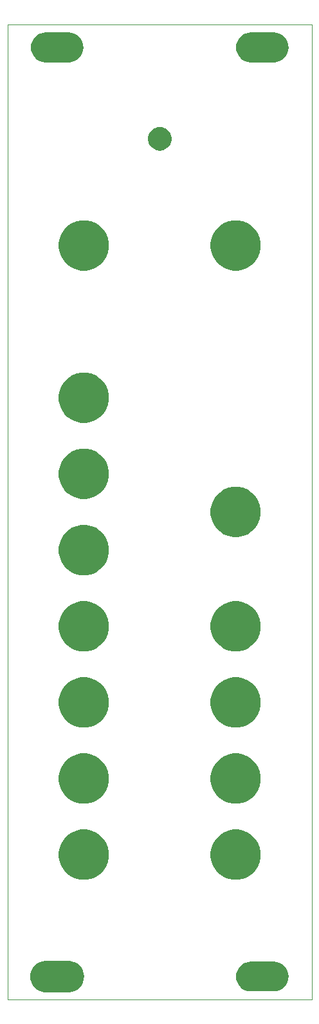
<source format=gbr>
%TF.GenerationSoftware,KiCad,Pcbnew,(5.1.0)-1*%
%TF.CreationDate,2020-03-07T14:30:38+01:00*%
%TF.ProjectId,KicadJE_AC3340_RevA_Faceplate,4b696361-644a-4455-9f41-43333334305f,rev?*%
%TF.SameCoordinates,Original*%
%TF.FileFunction,Soldermask,Top*%
%TF.FilePolarity,Negative*%
%FSLAX46Y46*%
G04 Gerber Fmt 4.6, Leading zero omitted, Abs format (unit mm)*
G04 Created by KiCad (PCBNEW (5.1.0)-1) date 2020-03-07 14:30:38*
%MOMM*%
%LPD*%
G04 APERTURE LIST*
%ADD10C,0.050000*%
%ADD11C,0.150000*%
G04 APERTURE END LIST*
D10*
X-50000000Y-164000000D02*
X-50000000Y-36000000D01*
X-10000000Y-164000000D02*
X-50000000Y-164000000D01*
X-10000000Y-36000000D02*
X-10000000Y-164000000D01*
X-50000000Y-36000000D02*
X-10000000Y-36000000D01*
D11*
G36*
X-41798811Y-158958892D02*
G01*
X-41597934Y-158978677D01*
X-41211319Y-159095955D01*
X-41211316Y-159095956D01*
X-40855017Y-159286402D01*
X-40855014Y-159286404D01*
X-40855013Y-159286405D01*
X-40542707Y-159542707D01*
X-40286405Y-159855013D01*
X-40286402Y-159855017D01*
X-40095956Y-160211316D01*
X-40095955Y-160211319D01*
X-39978677Y-160597934D01*
X-39939077Y-161000000D01*
X-39978677Y-161402066D01*
X-40084291Y-161750230D01*
X-40095956Y-161788684D01*
X-40286402Y-162144983D01*
X-40286404Y-162144986D01*
X-40286405Y-162144987D01*
X-40542707Y-162457293D01*
X-40855013Y-162713595D01*
X-40855017Y-162713598D01*
X-41211316Y-162904044D01*
X-41211319Y-162904045D01*
X-41597934Y-163021323D01*
X-41798811Y-163041108D01*
X-41899249Y-163051000D01*
X-45100751Y-163051000D01*
X-45201189Y-163041108D01*
X-45402066Y-163021323D01*
X-45788681Y-162904045D01*
X-45788684Y-162904044D01*
X-46144983Y-162713598D01*
X-46144987Y-162713595D01*
X-46457293Y-162457293D01*
X-46713595Y-162144987D01*
X-46713596Y-162144986D01*
X-46713598Y-162144983D01*
X-46904044Y-161788684D01*
X-46915709Y-161750230D01*
X-47021323Y-161402066D01*
X-47060923Y-161000000D01*
X-47021323Y-160597934D01*
X-46904045Y-160211319D01*
X-46904044Y-160211316D01*
X-46713598Y-159855017D01*
X-46713595Y-159855013D01*
X-46457293Y-159542707D01*
X-46144987Y-159286405D01*
X-46144986Y-159286404D01*
X-46144983Y-159286402D01*
X-45788684Y-159095956D01*
X-45788681Y-159095955D01*
X-45402066Y-158978677D01*
X-45201189Y-158958892D01*
X-45100751Y-158949000D01*
X-41899249Y-158949000D01*
X-41798811Y-158958892D01*
X-41798811Y-158958892D01*
G37*
G36*
X-14617537Y-159077229D02*
G01*
X-14249772Y-159188790D01*
X-13910838Y-159369954D01*
X-13613760Y-159613760D01*
X-13369954Y-159910838D01*
X-13188790Y-160249772D01*
X-13077229Y-160617537D01*
X-13039560Y-161000000D01*
X-13077229Y-161382463D01*
X-13188790Y-161750228D01*
X-13369954Y-162089162D01*
X-13613760Y-162386240D01*
X-13910838Y-162630046D01*
X-14249772Y-162811210D01*
X-14617537Y-162922771D01*
X-14904153Y-162951000D01*
X-18095847Y-162951000D01*
X-18382463Y-162922771D01*
X-18750228Y-162811210D01*
X-19089162Y-162630046D01*
X-19386240Y-162386240D01*
X-19630046Y-162089162D01*
X-19811210Y-161750228D01*
X-19922771Y-161382463D01*
X-19960440Y-161000000D01*
X-19922771Y-160617537D01*
X-19811210Y-160249772D01*
X-19630046Y-159910838D01*
X-19386240Y-159613760D01*
X-19089162Y-159369954D01*
X-18750228Y-159188790D01*
X-18382463Y-159077229D01*
X-18095847Y-159049000D01*
X-14904153Y-159049000D01*
X-14617537Y-159077229D01*
X-14617537Y-159077229D01*
G37*
G36*
X-19037135Y-141825855D02*
G01*
X-18436392Y-142074691D01*
X-18436390Y-142074692D01*
X-17895735Y-142435946D01*
X-17435946Y-142895735D01*
X-17074692Y-143436390D01*
X-17074691Y-143436392D01*
X-16825855Y-144037135D01*
X-16699000Y-144674879D01*
X-16699000Y-145325121D01*
X-16825855Y-145962865D01*
X-17074691Y-146563608D01*
X-17074692Y-146563610D01*
X-17435946Y-147104265D01*
X-17895735Y-147564054D01*
X-18436390Y-147925308D01*
X-18436391Y-147925309D01*
X-18436392Y-147925309D01*
X-19037135Y-148174145D01*
X-19674879Y-148301000D01*
X-20325121Y-148301000D01*
X-20962865Y-148174145D01*
X-21563608Y-147925309D01*
X-21563609Y-147925309D01*
X-21563610Y-147925308D01*
X-22104265Y-147564054D01*
X-22564054Y-147104265D01*
X-22925308Y-146563610D01*
X-22925309Y-146563608D01*
X-23174145Y-145962865D01*
X-23301000Y-145325121D01*
X-23301000Y-144674879D01*
X-23174145Y-144037135D01*
X-22925309Y-143436392D01*
X-22925308Y-143436390D01*
X-22564054Y-142895735D01*
X-22104265Y-142435946D01*
X-21563610Y-142074692D01*
X-21563608Y-142074691D01*
X-20962865Y-141825855D01*
X-20325121Y-141699000D01*
X-19674879Y-141699000D01*
X-19037135Y-141825855D01*
X-19037135Y-141825855D01*
G37*
G36*
X-39037135Y-141825855D02*
G01*
X-38436392Y-142074691D01*
X-38436390Y-142074692D01*
X-37895735Y-142435946D01*
X-37435946Y-142895735D01*
X-37074692Y-143436390D01*
X-37074691Y-143436392D01*
X-36825855Y-144037135D01*
X-36699000Y-144674879D01*
X-36699000Y-145325121D01*
X-36825855Y-145962865D01*
X-37074691Y-146563608D01*
X-37074692Y-146563610D01*
X-37435946Y-147104265D01*
X-37895735Y-147564054D01*
X-38436390Y-147925308D01*
X-38436391Y-147925309D01*
X-38436392Y-147925309D01*
X-39037135Y-148174145D01*
X-39674879Y-148301000D01*
X-40325121Y-148301000D01*
X-40962865Y-148174145D01*
X-41563608Y-147925309D01*
X-41563609Y-147925309D01*
X-41563610Y-147925308D01*
X-42104265Y-147564054D01*
X-42564054Y-147104265D01*
X-42925308Y-146563610D01*
X-42925309Y-146563608D01*
X-43174145Y-145962865D01*
X-43301000Y-145325121D01*
X-43301000Y-144674879D01*
X-43174145Y-144037135D01*
X-42925309Y-143436392D01*
X-42925308Y-143436390D01*
X-42564054Y-142895735D01*
X-42104265Y-142435946D01*
X-41563610Y-142074692D01*
X-41563608Y-142074691D01*
X-40962865Y-141825855D01*
X-40325121Y-141699000D01*
X-39674879Y-141699000D01*
X-39037135Y-141825855D01*
X-39037135Y-141825855D01*
G37*
G36*
X-39037135Y-131825855D02*
G01*
X-38436392Y-132074691D01*
X-38436390Y-132074692D01*
X-37895735Y-132435946D01*
X-37435946Y-132895735D01*
X-37074692Y-133436390D01*
X-37074691Y-133436392D01*
X-36825855Y-134037135D01*
X-36699000Y-134674879D01*
X-36699000Y-135325121D01*
X-36825855Y-135962865D01*
X-37074691Y-136563608D01*
X-37074692Y-136563610D01*
X-37435946Y-137104265D01*
X-37895735Y-137564054D01*
X-38436390Y-137925308D01*
X-38436391Y-137925309D01*
X-38436392Y-137925309D01*
X-39037135Y-138174145D01*
X-39674879Y-138301000D01*
X-40325121Y-138301000D01*
X-40962865Y-138174145D01*
X-41563608Y-137925309D01*
X-41563609Y-137925309D01*
X-41563610Y-137925308D01*
X-42104265Y-137564054D01*
X-42564054Y-137104265D01*
X-42925308Y-136563610D01*
X-42925309Y-136563608D01*
X-43174145Y-135962865D01*
X-43301000Y-135325121D01*
X-43301000Y-134674879D01*
X-43174145Y-134037135D01*
X-42925309Y-133436392D01*
X-42925308Y-133436390D01*
X-42564054Y-132895735D01*
X-42104265Y-132435946D01*
X-41563610Y-132074692D01*
X-41563608Y-132074691D01*
X-40962865Y-131825855D01*
X-40325121Y-131699000D01*
X-39674879Y-131699000D01*
X-39037135Y-131825855D01*
X-39037135Y-131825855D01*
G37*
G36*
X-19037135Y-131825855D02*
G01*
X-18436392Y-132074691D01*
X-18436390Y-132074692D01*
X-17895735Y-132435946D01*
X-17435946Y-132895735D01*
X-17074692Y-133436390D01*
X-17074691Y-133436392D01*
X-16825855Y-134037135D01*
X-16699000Y-134674879D01*
X-16699000Y-135325121D01*
X-16825855Y-135962865D01*
X-17074691Y-136563608D01*
X-17074692Y-136563610D01*
X-17435946Y-137104265D01*
X-17895735Y-137564054D01*
X-18436390Y-137925308D01*
X-18436391Y-137925309D01*
X-18436392Y-137925309D01*
X-19037135Y-138174145D01*
X-19674879Y-138301000D01*
X-20325121Y-138301000D01*
X-20962865Y-138174145D01*
X-21563608Y-137925309D01*
X-21563609Y-137925309D01*
X-21563610Y-137925308D01*
X-22104265Y-137564054D01*
X-22564054Y-137104265D01*
X-22925308Y-136563610D01*
X-22925309Y-136563608D01*
X-23174145Y-135962865D01*
X-23301000Y-135325121D01*
X-23301000Y-134674879D01*
X-23174145Y-134037135D01*
X-22925309Y-133436392D01*
X-22925308Y-133436390D01*
X-22564054Y-132895735D01*
X-22104265Y-132435946D01*
X-21563610Y-132074692D01*
X-21563608Y-132074691D01*
X-20962865Y-131825855D01*
X-20325121Y-131699000D01*
X-19674879Y-131699000D01*
X-19037135Y-131825855D01*
X-19037135Y-131825855D01*
G37*
G36*
X-39037135Y-121825855D02*
G01*
X-38436392Y-122074691D01*
X-38436390Y-122074692D01*
X-37895735Y-122435946D01*
X-37435946Y-122895735D01*
X-37074692Y-123436390D01*
X-37074691Y-123436392D01*
X-36825855Y-124037135D01*
X-36699000Y-124674879D01*
X-36699000Y-125325121D01*
X-36825855Y-125962865D01*
X-37074691Y-126563608D01*
X-37074692Y-126563610D01*
X-37435946Y-127104265D01*
X-37895735Y-127564054D01*
X-38436390Y-127925308D01*
X-38436391Y-127925309D01*
X-38436392Y-127925309D01*
X-39037135Y-128174145D01*
X-39674879Y-128301000D01*
X-40325121Y-128301000D01*
X-40962865Y-128174145D01*
X-41563608Y-127925309D01*
X-41563609Y-127925309D01*
X-41563610Y-127925308D01*
X-42104265Y-127564054D01*
X-42564054Y-127104265D01*
X-42925308Y-126563610D01*
X-42925309Y-126563608D01*
X-43174145Y-125962865D01*
X-43301000Y-125325121D01*
X-43301000Y-124674879D01*
X-43174145Y-124037135D01*
X-42925309Y-123436392D01*
X-42925308Y-123436390D01*
X-42564054Y-122895735D01*
X-42104265Y-122435946D01*
X-41563610Y-122074692D01*
X-41563608Y-122074691D01*
X-40962865Y-121825855D01*
X-40325121Y-121699000D01*
X-39674879Y-121699000D01*
X-39037135Y-121825855D01*
X-39037135Y-121825855D01*
G37*
G36*
X-19037135Y-121825855D02*
G01*
X-18436392Y-122074691D01*
X-18436390Y-122074692D01*
X-17895735Y-122435946D01*
X-17435946Y-122895735D01*
X-17074692Y-123436390D01*
X-17074691Y-123436392D01*
X-16825855Y-124037135D01*
X-16699000Y-124674879D01*
X-16699000Y-125325121D01*
X-16825855Y-125962865D01*
X-17074691Y-126563608D01*
X-17074692Y-126563610D01*
X-17435946Y-127104265D01*
X-17895735Y-127564054D01*
X-18436390Y-127925308D01*
X-18436391Y-127925309D01*
X-18436392Y-127925309D01*
X-19037135Y-128174145D01*
X-19674879Y-128301000D01*
X-20325121Y-128301000D01*
X-20962865Y-128174145D01*
X-21563608Y-127925309D01*
X-21563609Y-127925309D01*
X-21563610Y-127925308D01*
X-22104265Y-127564054D01*
X-22564054Y-127104265D01*
X-22925308Y-126563610D01*
X-22925309Y-126563608D01*
X-23174145Y-125962865D01*
X-23301000Y-125325121D01*
X-23301000Y-124674879D01*
X-23174145Y-124037135D01*
X-22925309Y-123436392D01*
X-22925308Y-123436390D01*
X-22564054Y-122895735D01*
X-22104265Y-122435946D01*
X-21563610Y-122074692D01*
X-21563608Y-122074691D01*
X-20962865Y-121825855D01*
X-20325121Y-121699000D01*
X-19674879Y-121699000D01*
X-19037135Y-121825855D01*
X-19037135Y-121825855D01*
G37*
G36*
X-39037135Y-111825855D02*
G01*
X-38436392Y-112074691D01*
X-38436390Y-112074692D01*
X-37895735Y-112435946D01*
X-37435946Y-112895735D01*
X-37074692Y-113436390D01*
X-37074691Y-113436392D01*
X-36825855Y-114037135D01*
X-36699000Y-114674879D01*
X-36699000Y-115325121D01*
X-36825855Y-115962865D01*
X-37074691Y-116563608D01*
X-37074692Y-116563610D01*
X-37435946Y-117104265D01*
X-37895735Y-117564054D01*
X-38436390Y-117925308D01*
X-38436391Y-117925309D01*
X-38436392Y-117925309D01*
X-39037135Y-118174145D01*
X-39674879Y-118301000D01*
X-40325121Y-118301000D01*
X-40962865Y-118174145D01*
X-41563608Y-117925309D01*
X-41563609Y-117925309D01*
X-41563610Y-117925308D01*
X-42104265Y-117564054D01*
X-42564054Y-117104265D01*
X-42925308Y-116563610D01*
X-42925309Y-116563608D01*
X-43174145Y-115962865D01*
X-43301000Y-115325121D01*
X-43301000Y-114674879D01*
X-43174145Y-114037135D01*
X-42925309Y-113436392D01*
X-42925308Y-113436390D01*
X-42564054Y-112895735D01*
X-42104265Y-112435946D01*
X-41563610Y-112074692D01*
X-41563608Y-112074691D01*
X-40962865Y-111825855D01*
X-40325121Y-111699000D01*
X-39674879Y-111699000D01*
X-39037135Y-111825855D01*
X-39037135Y-111825855D01*
G37*
G36*
X-19037135Y-111825855D02*
G01*
X-18436392Y-112074691D01*
X-18436390Y-112074692D01*
X-17895735Y-112435946D01*
X-17435946Y-112895735D01*
X-17074692Y-113436390D01*
X-17074691Y-113436392D01*
X-16825855Y-114037135D01*
X-16699000Y-114674879D01*
X-16699000Y-115325121D01*
X-16825855Y-115962865D01*
X-17074691Y-116563608D01*
X-17074692Y-116563610D01*
X-17435946Y-117104265D01*
X-17895735Y-117564054D01*
X-18436390Y-117925308D01*
X-18436391Y-117925309D01*
X-18436392Y-117925309D01*
X-19037135Y-118174145D01*
X-19674879Y-118301000D01*
X-20325121Y-118301000D01*
X-20962865Y-118174145D01*
X-21563608Y-117925309D01*
X-21563609Y-117925309D01*
X-21563610Y-117925308D01*
X-22104265Y-117564054D01*
X-22564054Y-117104265D01*
X-22925308Y-116563610D01*
X-22925309Y-116563608D01*
X-23174145Y-115962865D01*
X-23301000Y-115325121D01*
X-23301000Y-114674879D01*
X-23174145Y-114037135D01*
X-22925309Y-113436392D01*
X-22925308Y-113436390D01*
X-22564054Y-112895735D01*
X-22104265Y-112435946D01*
X-21563610Y-112074692D01*
X-21563608Y-112074691D01*
X-20962865Y-111825855D01*
X-20325121Y-111699000D01*
X-19674879Y-111699000D01*
X-19037135Y-111825855D01*
X-19037135Y-111825855D01*
G37*
G36*
X-39037135Y-101825855D02*
G01*
X-38436392Y-102074691D01*
X-38436390Y-102074692D01*
X-37895735Y-102435946D01*
X-37435946Y-102895735D01*
X-37165157Y-103301000D01*
X-37074691Y-103436392D01*
X-36825855Y-104037135D01*
X-36699000Y-104674879D01*
X-36699000Y-105325121D01*
X-36825855Y-105962865D01*
X-37074691Y-106563608D01*
X-37074692Y-106563610D01*
X-37435946Y-107104265D01*
X-37895735Y-107564054D01*
X-38436390Y-107925308D01*
X-38436391Y-107925309D01*
X-38436392Y-107925309D01*
X-39037135Y-108174145D01*
X-39674879Y-108301000D01*
X-40325121Y-108301000D01*
X-40962865Y-108174145D01*
X-41563608Y-107925309D01*
X-41563609Y-107925309D01*
X-41563610Y-107925308D01*
X-42104265Y-107564054D01*
X-42564054Y-107104265D01*
X-42925308Y-106563610D01*
X-42925309Y-106563608D01*
X-43174145Y-105962865D01*
X-43301000Y-105325121D01*
X-43301000Y-104674879D01*
X-43174145Y-104037135D01*
X-42925309Y-103436392D01*
X-42834843Y-103301000D01*
X-42564054Y-102895735D01*
X-42104265Y-102435946D01*
X-41563610Y-102074692D01*
X-41563608Y-102074691D01*
X-40962865Y-101825855D01*
X-40325121Y-101699000D01*
X-39674879Y-101699000D01*
X-39037135Y-101825855D01*
X-39037135Y-101825855D01*
G37*
G36*
X-19037135Y-96825855D02*
G01*
X-18436392Y-97074691D01*
X-18436390Y-97074692D01*
X-17895735Y-97435946D01*
X-17435946Y-97895735D01*
X-17165157Y-98301000D01*
X-17074691Y-98436392D01*
X-16825855Y-99037135D01*
X-16699000Y-99674879D01*
X-16699000Y-100325121D01*
X-16825855Y-100962865D01*
X-17074691Y-101563608D01*
X-17074692Y-101563610D01*
X-17435946Y-102104265D01*
X-17895735Y-102564054D01*
X-18436390Y-102925308D01*
X-18436391Y-102925309D01*
X-18436392Y-102925309D01*
X-19037135Y-103174145D01*
X-19674879Y-103301000D01*
X-20325121Y-103301000D01*
X-20962865Y-103174145D01*
X-21563608Y-102925309D01*
X-21563609Y-102925309D01*
X-21563610Y-102925308D01*
X-22104265Y-102564054D01*
X-22564054Y-102104265D01*
X-22925308Y-101563610D01*
X-22925309Y-101563608D01*
X-23174145Y-100962865D01*
X-23301000Y-100325121D01*
X-23301000Y-99674879D01*
X-23174145Y-99037135D01*
X-22925309Y-98436392D01*
X-22834843Y-98301000D01*
X-22564054Y-97895735D01*
X-22104265Y-97435946D01*
X-21563610Y-97074692D01*
X-21563608Y-97074691D01*
X-20962865Y-96825855D01*
X-20325121Y-96699000D01*
X-19674879Y-96699000D01*
X-19037135Y-96825855D01*
X-19037135Y-96825855D01*
G37*
G36*
X-39037135Y-91825855D02*
G01*
X-38436392Y-92074691D01*
X-38436390Y-92074692D01*
X-37895735Y-92435946D01*
X-37435946Y-92895735D01*
X-37074692Y-93436390D01*
X-37074691Y-93436392D01*
X-36825855Y-94037135D01*
X-36699000Y-94674879D01*
X-36699000Y-95325121D01*
X-36825855Y-95962865D01*
X-37074691Y-96563608D01*
X-37074692Y-96563610D01*
X-37435946Y-97104265D01*
X-37895735Y-97564054D01*
X-38436390Y-97925308D01*
X-38436391Y-97925309D01*
X-38436392Y-97925309D01*
X-39037135Y-98174145D01*
X-39674879Y-98301000D01*
X-40325121Y-98301000D01*
X-40962865Y-98174145D01*
X-41563608Y-97925309D01*
X-41563609Y-97925309D01*
X-41563610Y-97925308D01*
X-42104265Y-97564054D01*
X-42564054Y-97104265D01*
X-42925308Y-96563610D01*
X-42925309Y-96563608D01*
X-43174145Y-95962865D01*
X-43301000Y-95325121D01*
X-43301000Y-94674879D01*
X-43174145Y-94037135D01*
X-42925309Y-93436392D01*
X-42925308Y-93436390D01*
X-42564054Y-92895735D01*
X-42104265Y-92435946D01*
X-41563610Y-92074692D01*
X-41563608Y-92074691D01*
X-40962865Y-91825855D01*
X-40325121Y-91699000D01*
X-39674879Y-91699000D01*
X-39037135Y-91825855D01*
X-39037135Y-91825855D01*
G37*
G36*
X-39037135Y-81825855D02*
G01*
X-38436392Y-82074691D01*
X-38436390Y-82074692D01*
X-37895735Y-82435946D01*
X-37435946Y-82895735D01*
X-37074692Y-83436390D01*
X-37074691Y-83436392D01*
X-36825855Y-84037135D01*
X-36699000Y-84674879D01*
X-36699000Y-85325121D01*
X-36825855Y-85962865D01*
X-37074691Y-86563608D01*
X-37074692Y-86563610D01*
X-37435946Y-87104265D01*
X-37895735Y-87564054D01*
X-38436390Y-87925308D01*
X-38436391Y-87925309D01*
X-38436392Y-87925309D01*
X-39037135Y-88174145D01*
X-39674879Y-88301000D01*
X-40325121Y-88301000D01*
X-40962865Y-88174145D01*
X-41563608Y-87925309D01*
X-41563609Y-87925309D01*
X-41563610Y-87925308D01*
X-42104265Y-87564054D01*
X-42564054Y-87104265D01*
X-42925308Y-86563610D01*
X-42925309Y-86563608D01*
X-43174145Y-85962865D01*
X-43301000Y-85325121D01*
X-43301000Y-84674879D01*
X-43174145Y-84037135D01*
X-42925309Y-83436392D01*
X-42925308Y-83436390D01*
X-42564054Y-82895735D01*
X-42104265Y-82435946D01*
X-41563610Y-82074692D01*
X-41563608Y-82074691D01*
X-40962865Y-81825855D01*
X-40325121Y-81699000D01*
X-39674879Y-81699000D01*
X-39037135Y-81825855D01*
X-39037135Y-81825855D01*
G37*
G36*
X-19037135Y-61825855D02*
G01*
X-18436392Y-62074691D01*
X-18436390Y-62074692D01*
X-17895735Y-62435946D01*
X-17435946Y-62895735D01*
X-17074692Y-63436390D01*
X-17074691Y-63436392D01*
X-16825855Y-64037135D01*
X-16699000Y-64674879D01*
X-16699000Y-65325121D01*
X-16825855Y-65962865D01*
X-17074691Y-66563608D01*
X-17074692Y-66563610D01*
X-17435946Y-67104265D01*
X-17895735Y-67564054D01*
X-18436390Y-67925308D01*
X-18436391Y-67925309D01*
X-18436392Y-67925309D01*
X-19037135Y-68174145D01*
X-19674879Y-68301000D01*
X-20325121Y-68301000D01*
X-20962865Y-68174145D01*
X-21563608Y-67925309D01*
X-21563609Y-67925309D01*
X-21563610Y-67925308D01*
X-22104265Y-67564054D01*
X-22564054Y-67104265D01*
X-22925308Y-66563610D01*
X-22925309Y-66563608D01*
X-23174145Y-65962865D01*
X-23301000Y-65325121D01*
X-23301000Y-64674879D01*
X-23174145Y-64037135D01*
X-22925309Y-63436392D01*
X-22925308Y-63436390D01*
X-22564054Y-62895735D01*
X-22104265Y-62435946D01*
X-21563610Y-62074692D01*
X-21563608Y-62074691D01*
X-20962865Y-61825855D01*
X-20325121Y-61699000D01*
X-19674879Y-61699000D01*
X-19037135Y-61825855D01*
X-19037135Y-61825855D01*
G37*
G36*
X-39037135Y-61825855D02*
G01*
X-38436392Y-62074691D01*
X-38436390Y-62074692D01*
X-37895735Y-62435946D01*
X-37435946Y-62895735D01*
X-37074692Y-63436390D01*
X-37074691Y-63436392D01*
X-36825855Y-64037135D01*
X-36699000Y-64674879D01*
X-36699000Y-65325121D01*
X-36825855Y-65962865D01*
X-37074691Y-66563608D01*
X-37074692Y-66563610D01*
X-37435946Y-67104265D01*
X-37895735Y-67564054D01*
X-38436390Y-67925308D01*
X-38436391Y-67925309D01*
X-38436392Y-67925309D01*
X-39037135Y-68174145D01*
X-39674879Y-68301000D01*
X-40325121Y-68301000D01*
X-40962865Y-68174145D01*
X-41563608Y-67925309D01*
X-41563609Y-67925309D01*
X-41563610Y-67925308D01*
X-42104265Y-67564054D01*
X-42564054Y-67104265D01*
X-42925308Y-66563610D01*
X-42925309Y-66563608D01*
X-43174145Y-65962865D01*
X-43301000Y-65325121D01*
X-43301000Y-64674879D01*
X-43174145Y-64037135D01*
X-42925309Y-63436392D01*
X-42925308Y-63436390D01*
X-42564054Y-62895735D01*
X-42104265Y-62435946D01*
X-41563610Y-62074692D01*
X-41563608Y-62074691D01*
X-40962865Y-61825855D01*
X-40325121Y-61699000D01*
X-39674879Y-61699000D01*
X-39037135Y-61825855D01*
X-39037135Y-61825855D01*
G37*
G36*
X-29697415Y-49478802D02*
G01*
X-29547590Y-49508604D01*
X-29265326Y-49625521D01*
X-29011295Y-49795259D01*
X-28795259Y-50011295D01*
X-28625521Y-50265326D01*
X-28508604Y-50547590D01*
X-28449000Y-50847240D01*
X-28449000Y-51152760D01*
X-28508604Y-51452410D01*
X-28625521Y-51734674D01*
X-28795259Y-51988705D01*
X-29011295Y-52204741D01*
X-29265326Y-52374479D01*
X-29547590Y-52491396D01*
X-29697415Y-52521198D01*
X-29847239Y-52551000D01*
X-30152761Y-52551000D01*
X-30302585Y-52521198D01*
X-30452410Y-52491396D01*
X-30734674Y-52374479D01*
X-30988705Y-52204741D01*
X-31204741Y-51988705D01*
X-31374479Y-51734674D01*
X-31491396Y-51452410D01*
X-31551000Y-51152760D01*
X-31551000Y-50847240D01*
X-31491396Y-50547590D01*
X-31374479Y-50265326D01*
X-31204741Y-50011295D01*
X-30988705Y-49795259D01*
X-30734674Y-49625521D01*
X-30452410Y-49508604D01*
X-30302585Y-49478802D01*
X-30152761Y-49449000D01*
X-29847239Y-49449000D01*
X-29697415Y-49478802D01*
X-29697415Y-49478802D01*
G37*
G36*
X-41617537Y-37077229D02*
G01*
X-41249772Y-37188790D01*
X-40910838Y-37369954D01*
X-40613760Y-37613760D01*
X-40369954Y-37910838D01*
X-40188790Y-38249772D01*
X-40077229Y-38617537D01*
X-40039560Y-39000000D01*
X-40077229Y-39382463D01*
X-40188790Y-39750228D01*
X-40369954Y-40089162D01*
X-40613760Y-40386240D01*
X-40910838Y-40630046D01*
X-41249772Y-40811210D01*
X-41617537Y-40922771D01*
X-41904153Y-40951000D01*
X-45095847Y-40951000D01*
X-45382463Y-40922771D01*
X-45750228Y-40811210D01*
X-46089162Y-40630046D01*
X-46386240Y-40386240D01*
X-46630046Y-40089162D01*
X-46811210Y-39750228D01*
X-46922771Y-39382463D01*
X-46960440Y-39000000D01*
X-46922771Y-38617537D01*
X-46811210Y-38249772D01*
X-46630046Y-37910838D01*
X-46386240Y-37613760D01*
X-46089162Y-37369954D01*
X-45750228Y-37188790D01*
X-45382463Y-37077229D01*
X-45095847Y-37049000D01*
X-41904153Y-37049000D01*
X-41617537Y-37077229D01*
X-41617537Y-37077229D01*
G37*
G36*
X-14617537Y-37077229D02*
G01*
X-14249772Y-37188790D01*
X-13910838Y-37369954D01*
X-13613760Y-37613760D01*
X-13369954Y-37910838D01*
X-13188790Y-38249772D01*
X-13077229Y-38617537D01*
X-13039560Y-39000000D01*
X-13077229Y-39382463D01*
X-13188790Y-39750228D01*
X-13369954Y-40089162D01*
X-13613760Y-40386240D01*
X-13910838Y-40630046D01*
X-14249772Y-40811210D01*
X-14617537Y-40922771D01*
X-14904153Y-40951000D01*
X-18095847Y-40951000D01*
X-18382463Y-40922771D01*
X-18750228Y-40811210D01*
X-19089162Y-40630046D01*
X-19386240Y-40386240D01*
X-19630046Y-40089162D01*
X-19811210Y-39750228D01*
X-19922771Y-39382463D01*
X-19960440Y-39000000D01*
X-19922771Y-38617537D01*
X-19811210Y-38249772D01*
X-19630046Y-37910838D01*
X-19386240Y-37613760D01*
X-19089162Y-37369954D01*
X-18750228Y-37188790D01*
X-18382463Y-37077229D01*
X-18095847Y-37049000D01*
X-14904153Y-37049000D01*
X-14617537Y-37077229D01*
X-14617537Y-37077229D01*
G37*
M02*

</source>
